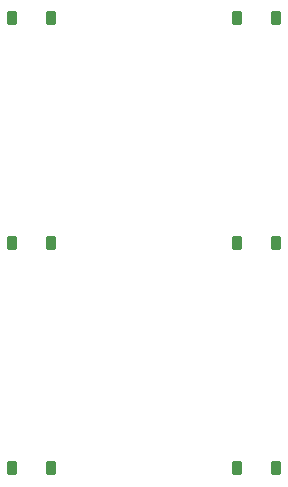
<source format=gbp>
G04 #@! TF.GenerationSoftware,KiCad,Pcbnew,7.0.5*
G04 #@! TF.CreationDate,2023-08-03T23:05:53+08:00*
G04 #@! TF.ProjectId,LB,4c422e6b-6963-4616-945f-706362585858,rev?*
G04 #@! TF.SameCoordinates,Original*
G04 #@! TF.FileFunction,Paste,Bot*
G04 #@! TF.FilePolarity,Positive*
%FSLAX46Y46*%
G04 Gerber Fmt 4.6, Leading zero omitted, Abs format (unit mm)*
G04 Created by KiCad (PCBNEW 7.0.5) date 2023-08-03 23:05:53*
%MOMM*%
%LPD*%
G01*
G04 APERTURE LIST*
G04 Aperture macros list*
%AMRoundRect*
0 Rectangle with rounded corners*
0 $1 Rounding radius*
0 $2 $3 $4 $5 $6 $7 $8 $9 X,Y pos of 4 corners*
0 Add a 4 corners polygon primitive as box body*
4,1,4,$2,$3,$4,$5,$6,$7,$8,$9,$2,$3,0*
0 Add four circle primitives for the rounded corners*
1,1,$1+$1,$2,$3*
1,1,$1+$1,$4,$5*
1,1,$1+$1,$6,$7*
1,1,$1+$1,$8,$9*
0 Add four rect primitives between the rounded corners*
20,1,$1+$1,$2,$3,$4,$5,0*
20,1,$1+$1,$4,$5,$6,$7,0*
20,1,$1+$1,$6,$7,$8,$9,0*
20,1,$1+$1,$8,$9,$2,$3,0*%
G04 Aperture macros list end*
%ADD10RoundRect,0.225000X-0.225000X-0.375000X0.225000X-0.375000X0.225000X0.375000X-0.225000X0.375000X0*%
G04 APERTURE END LIST*
D10*
X119280000Y-66990000D03*
X122580000Y-66990000D03*
X138330000Y-86040000D03*
X141630000Y-86040000D03*
X119280000Y-86040000D03*
X122580000Y-86040000D03*
X119280000Y-47940000D03*
X122580000Y-47940000D03*
X138330000Y-66990000D03*
X141630000Y-66990000D03*
X138330000Y-47940000D03*
X141630000Y-47940000D03*
M02*

</source>
